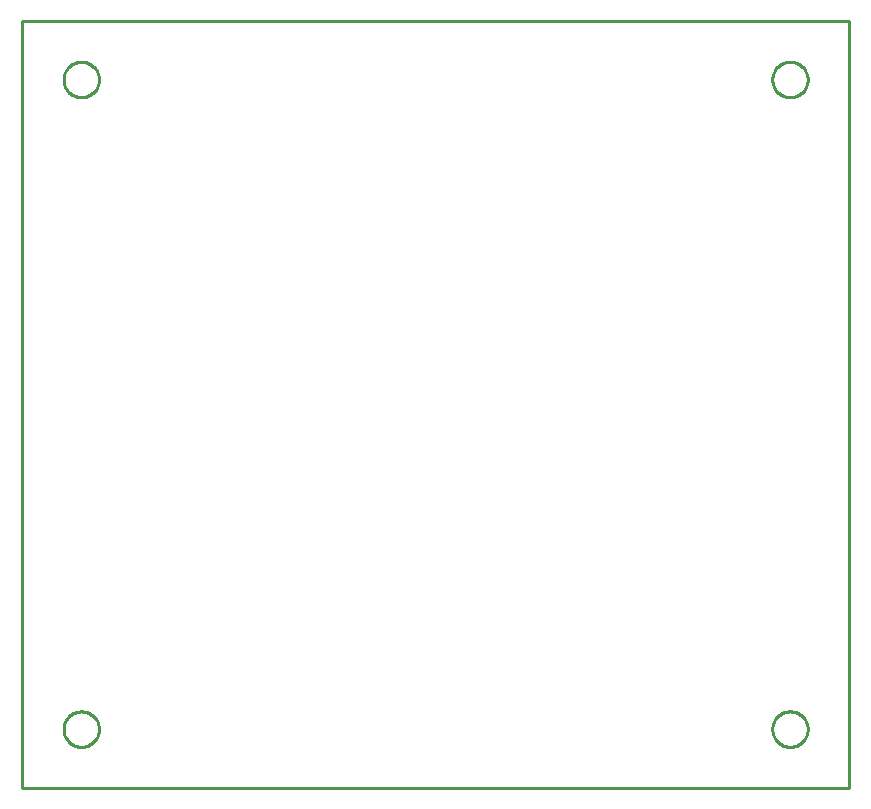
<source format=gbr>
G04 EAGLE Gerber RS-274X export*
G75*
%MOMM*%
%FSLAX34Y34*%
%LPD*%
%IN*%
%IPPOS*%
%AMOC8*
5,1,8,0,0,1.08239X$1,22.5*%
G01*
%ADD10C,0.254000*%


D10*
X0Y0D02*
X700000Y0D01*
X700000Y650000D01*
X0Y650000D01*
X0Y0D01*
X65000Y49464D02*
X64924Y48396D01*
X64771Y47335D01*
X64543Y46288D01*
X64241Y45260D01*
X63867Y44256D01*
X63422Y43281D01*
X62908Y42341D01*
X62329Y41440D01*
X61687Y40582D01*
X60985Y39772D01*
X60228Y39015D01*
X59418Y38313D01*
X58560Y37671D01*
X57659Y37092D01*
X56719Y36578D01*
X55744Y36133D01*
X54740Y35759D01*
X53712Y35457D01*
X52665Y35229D01*
X51604Y35076D01*
X50536Y35000D01*
X49464Y35000D01*
X48396Y35076D01*
X47335Y35229D01*
X46288Y35457D01*
X45260Y35759D01*
X44256Y36133D01*
X43281Y36578D01*
X42341Y37092D01*
X41440Y37671D01*
X40582Y38313D01*
X39772Y39015D01*
X39015Y39772D01*
X38313Y40582D01*
X37671Y41440D01*
X37092Y42341D01*
X36578Y43281D01*
X36133Y44256D01*
X35759Y45260D01*
X35457Y46288D01*
X35229Y47335D01*
X35076Y48396D01*
X35000Y49464D01*
X35000Y50536D01*
X35076Y51604D01*
X35229Y52665D01*
X35457Y53712D01*
X35759Y54740D01*
X36133Y55744D01*
X36578Y56719D01*
X37092Y57659D01*
X37671Y58560D01*
X38313Y59418D01*
X39015Y60228D01*
X39772Y60985D01*
X40582Y61687D01*
X41440Y62329D01*
X42341Y62908D01*
X43281Y63422D01*
X44256Y63867D01*
X45260Y64241D01*
X46288Y64543D01*
X47335Y64771D01*
X48396Y64924D01*
X49464Y65000D01*
X50536Y65000D01*
X51604Y64924D01*
X52665Y64771D01*
X53712Y64543D01*
X54740Y64241D01*
X55744Y63867D01*
X56719Y63422D01*
X57659Y62908D01*
X58560Y62329D01*
X59418Y61687D01*
X60228Y60985D01*
X60985Y60228D01*
X61687Y59418D01*
X62329Y58560D01*
X62908Y57659D01*
X63422Y56719D01*
X63867Y55744D01*
X64241Y54740D01*
X64543Y53712D01*
X64771Y52665D01*
X64924Y51604D01*
X65000Y50536D01*
X65000Y49464D01*
X65000Y599464D02*
X64924Y598396D01*
X64771Y597335D01*
X64543Y596288D01*
X64241Y595260D01*
X63867Y594256D01*
X63422Y593281D01*
X62908Y592341D01*
X62329Y591440D01*
X61687Y590582D01*
X60985Y589772D01*
X60228Y589015D01*
X59418Y588313D01*
X58560Y587671D01*
X57659Y587092D01*
X56719Y586578D01*
X55744Y586133D01*
X54740Y585759D01*
X53712Y585457D01*
X52665Y585229D01*
X51604Y585076D01*
X50536Y585000D01*
X49464Y585000D01*
X48396Y585076D01*
X47335Y585229D01*
X46288Y585457D01*
X45260Y585759D01*
X44256Y586133D01*
X43281Y586578D01*
X42341Y587092D01*
X41440Y587671D01*
X40582Y588313D01*
X39772Y589015D01*
X39015Y589772D01*
X38313Y590582D01*
X37671Y591440D01*
X37092Y592341D01*
X36578Y593281D01*
X36133Y594256D01*
X35759Y595260D01*
X35457Y596288D01*
X35229Y597335D01*
X35076Y598396D01*
X35000Y599464D01*
X35000Y600536D01*
X35076Y601604D01*
X35229Y602665D01*
X35457Y603712D01*
X35759Y604740D01*
X36133Y605744D01*
X36578Y606719D01*
X37092Y607659D01*
X37671Y608560D01*
X38313Y609418D01*
X39015Y610228D01*
X39772Y610985D01*
X40582Y611687D01*
X41440Y612329D01*
X42341Y612908D01*
X43281Y613422D01*
X44256Y613867D01*
X45260Y614241D01*
X46288Y614543D01*
X47335Y614771D01*
X48396Y614924D01*
X49464Y615000D01*
X50536Y615000D01*
X51604Y614924D01*
X52665Y614771D01*
X53712Y614543D01*
X54740Y614241D01*
X55744Y613867D01*
X56719Y613422D01*
X57659Y612908D01*
X58560Y612329D01*
X59418Y611687D01*
X60228Y610985D01*
X60985Y610228D01*
X61687Y609418D01*
X62329Y608560D01*
X62908Y607659D01*
X63422Y606719D01*
X63867Y605744D01*
X64241Y604740D01*
X64543Y603712D01*
X64771Y602665D01*
X64924Y601604D01*
X65000Y600536D01*
X65000Y599464D01*
X665000Y49464D02*
X664924Y48396D01*
X664771Y47335D01*
X664543Y46288D01*
X664241Y45260D01*
X663867Y44256D01*
X663422Y43281D01*
X662908Y42341D01*
X662329Y41440D01*
X661687Y40582D01*
X660985Y39772D01*
X660228Y39015D01*
X659418Y38313D01*
X658560Y37671D01*
X657659Y37092D01*
X656719Y36578D01*
X655744Y36133D01*
X654740Y35759D01*
X653712Y35457D01*
X652665Y35229D01*
X651604Y35076D01*
X650536Y35000D01*
X649464Y35000D01*
X648396Y35076D01*
X647335Y35229D01*
X646288Y35457D01*
X645260Y35759D01*
X644256Y36133D01*
X643281Y36578D01*
X642341Y37092D01*
X641440Y37671D01*
X640582Y38313D01*
X639772Y39015D01*
X639015Y39772D01*
X638313Y40582D01*
X637671Y41440D01*
X637092Y42341D01*
X636578Y43281D01*
X636133Y44256D01*
X635759Y45260D01*
X635457Y46288D01*
X635229Y47335D01*
X635076Y48396D01*
X635000Y49464D01*
X635000Y50536D01*
X635076Y51604D01*
X635229Y52665D01*
X635457Y53712D01*
X635759Y54740D01*
X636133Y55744D01*
X636578Y56719D01*
X637092Y57659D01*
X637671Y58560D01*
X638313Y59418D01*
X639015Y60228D01*
X639772Y60985D01*
X640582Y61687D01*
X641440Y62329D01*
X642341Y62908D01*
X643281Y63422D01*
X644256Y63867D01*
X645260Y64241D01*
X646288Y64543D01*
X647335Y64771D01*
X648396Y64924D01*
X649464Y65000D01*
X650536Y65000D01*
X651604Y64924D01*
X652665Y64771D01*
X653712Y64543D01*
X654740Y64241D01*
X655744Y63867D01*
X656719Y63422D01*
X657659Y62908D01*
X658560Y62329D01*
X659418Y61687D01*
X660228Y60985D01*
X660985Y60228D01*
X661687Y59418D01*
X662329Y58560D01*
X662908Y57659D01*
X663422Y56719D01*
X663867Y55744D01*
X664241Y54740D01*
X664543Y53712D01*
X664771Y52665D01*
X664924Y51604D01*
X665000Y50536D01*
X665000Y49464D01*
X665000Y599464D02*
X664924Y598396D01*
X664771Y597335D01*
X664543Y596288D01*
X664241Y595260D01*
X663867Y594256D01*
X663422Y593281D01*
X662908Y592341D01*
X662329Y591440D01*
X661687Y590582D01*
X660985Y589772D01*
X660228Y589015D01*
X659418Y588313D01*
X658560Y587671D01*
X657659Y587092D01*
X656719Y586578D01*
X655744Y586133D01*
X654740Y585759D01*
X653712Y585457D01*
X652665Y585229D01*
X651604Y585076D01*
X650536Y585000D01*
X649464Y585000D01*
X648396Y585076D01*
X647335Y585229D01*
X646288Y585457D01*
X645260Y585759D01*
X644256Y586133D01*
X643281Y586578D01*
X642341Y587092D01*
X641440Y587671D01*
X640582Y588313D01*
X639772Y589015D01*
X639015Y589772D01*
X638313Y590582D01*
X637671Y591440D01*
X637092Y592341D01*
X636578Y593281D01*
X636133Y594256D01*
X635759Y595260D01*
X635457Y596288D01*
X635229Y597335D01*
X635076Y598396D01*
X635000Y599464D01*
X635000Y600536D01*
X635076Y601604D01*
X635229Y602665D01*
X635457Y603712D01*
X635759Y604740D01*
X636133Y605744D01*
X636578Y606719D01*
X637092Y607659D01*
X637671Y608560D01*
X638313Y609418D01*
X639015Y610228D01*
X639772Y610985D01*
X640582Y611687D01*
X641440Y612329D01*
X642341Y612908D01*
X643281Y613422D01*
X644256Y613867D01*
X645260Y614241D01*
X646288Y614543D01*
X647335Y614771D01*
X648396Y614924D01*
X649464Y615000D01*
X650536Y615000D01*
X651604Y614924D01*
X652665Y614771D01*
X653712Y614543D01*
X654740Y614241D01*
X655744Y613867D01*
X656719Y613422D01*
X657659Y612908D01*
X658560Y612329D01*
X659418Y611687D01*
X660228Y610985D01*
X660985Y610228D01*
X661687Y609418D01*
X662329Y608560D01*
X662908Y607659D01*
X663422Y606719D01*
X663867Y605744D01*
X664241Y604740D01*
X664543Y603712D01*
X664771Y602665D01*
X664924Y601604D01*
X665000Y600536D01*
X665000Y599464D01*
M02*

</source>
